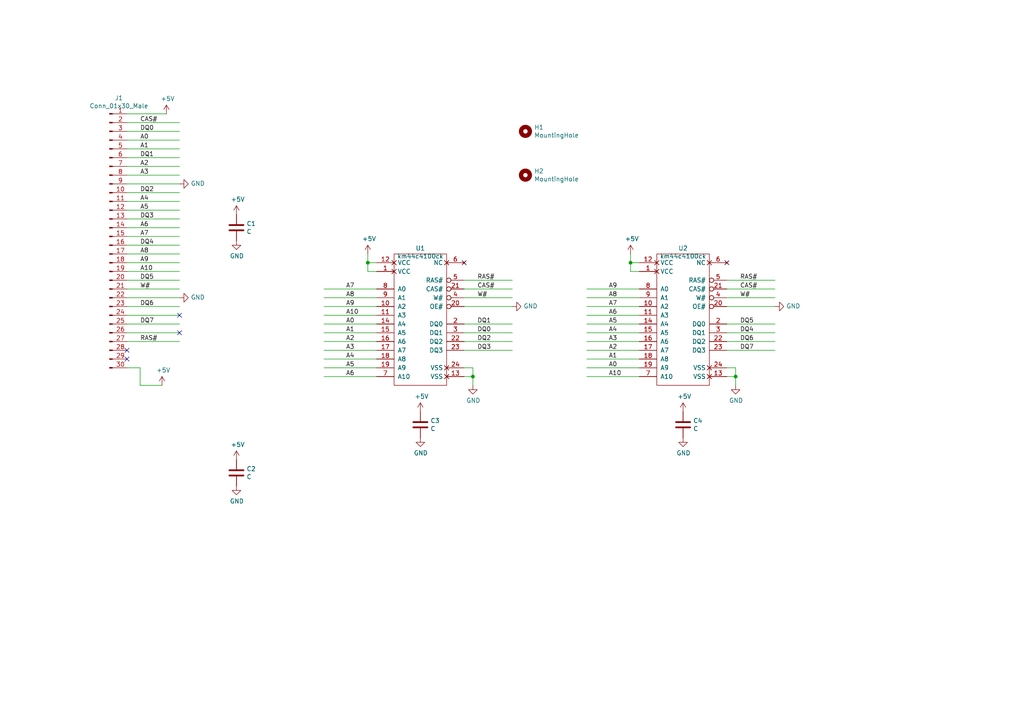
<source format=kicad_sch>
(kicad_sch (version 20211123) (generator eeschema)
  (paper "A4")
  (lib_symbols
    (symbol "Connector:Conn_01x30_Male" (pin_names (offset 1.016) hide)
      (property "Reference" "J" (at 0 38.1 0))
      (property "Value" "Conn_01x30_Male" (at 0 -40.64 0))
      (symbol "Conn_01x30_Male_1_1"
        (polyline (pts (xy 1.27 -38.1) (xy 0.8636 -38.1)) (stroke (width 0.1524)))
        (polyline (pts (xy 1.27 -35.56) (xy 0.8636 -35.56)) (stroke (width 0.1524)))
        (polyline (pts (xy 1.27 -33.02) (xy 0.8636 -33.02)) (stroke (width 0.1524)))
        (polyline (pts (xy 1.27 -30.48) (xy 0.8636 -30.48)) (stroke (width 0.1524)))
        (polyline (pts (xy 1.27 -27.94) (xy 0.8636 -27.94)) (stroke (width 0.1524)))
        (polyline (pts (xy 1.27 -25.4) (xy 0.8636 -25.4)) (stroke (width 0.1524)))
        (polyline (pts (xy 1.27 -22.86) (xy 0.8636 -22.86)) (stroke (width 0.1524)))
        (polyline (pts (xy 1.27 -20.32) (xy 0.8636 -20.32)) (stroke (width 0.1524)))
        (polyline (pts (xy 1.27 -17.78) (xy 0.8636 -17.78)) (stroke (width 0.1524)))
        (polyline (pts (xy 1.27 -15.24) (xy 0.8636 -15.24)) (stroke (width 0.1524)))
        (polyline (pts (xy 1.27 -12.7) (xy 0.8636 -12.7)) (stroke (width 0.1524)))
        (polyline (pts (xy 1.27 -10.16) (xy 0.8636 -10.16)) (stroke (width 0.1524)))
        (polyline (pts (xy 1.27 -7.62) (xy 0.8636 -7.62)) (stroke (width 0.1524)))
        (polyline (pts (xy 1.27 -5.08) (xy 0.8636 -5.08)) (stroke (width 0.1524)))
        (polyline (pts (xy 1.27 -2.54) (xy 0.8636 -2.54)) (stroke (width 0.1524)))
        (polyline (pts (xy 1.27 0) (xy 0.8636 0)) (stroke (width 0.1524)))
        (polyline (pts (xy 1.27 2.54) (xy 0.8636 2.54)) (stroke (width 0.1524)))
        (polyline (pts (xy 1.27 5.08) (xy 0.8636 5.08)) (stroke (width 0.1524)))
        (polyline (pts (xy 1.27 7.62) (xy 0.8636 7.62)) (stroke (width 0.1524)))
        (polyline (pts (xy 1.27 10.16) (xy 0.8636 10.16)) (stroke (width 0.1524)))
        (polyline (pts (xy 1.27 12.7) (xy 0.8636 12.7)) (stroke (width 0.1524)))
        (polyline (pts (xy 1.27 15.24) (xy 0.8636 15.24)) (stroke (width 0.1524)))
        (polyline (pts (xy 1.27 17.78) (xy 0.8636 17.78)) (stroke (width 0.1524)))
        (polyline (pts (xy 1.27 20.32) (xy 0.8636 20.32)) (stroke (width 0.1524)))
        (polyline (pts (xy 1.27 22.86) (xy 0.8636 22.86)) (stroke (width 0.1524)))
        (polyline (pts (xy 1.27 25.4) (xy 0.8636 25.4)) (stroke (width 0.1524)))
        (polyline (pts (xy 1.27 27.94) (xy 0.8636 27.94)) (stroke (width 0.1524)))
        (polyline (pts (xy 1.27 30.48) (xy 0.8636 30.48)) (stroke (width 0.1524)))
        (polyline (pts (xy 1.27 33.02) (xy 0.8636 33.02)) (stroke (width 0.1524)))
        (polyline (pts (xy 1.27 35.56) (xy 0.8636 35.56)) (stroke (width 0.1524)))
        (rectangle (start 0.8636 -37.973) (end 0 -38.227) (stroke (width 0.1524)) (fill (type outline)))
        (rectangle (start 0.8636 -35.433) (end 0 -35.687) (stroke (width 0.1524)) (fill (type outline)))
        (rectangle (start 0.8636 -32.893) (end 0 -33.147) (stroke (width 0.1524)) (fill (type outline)))
        (rectangle (start 0.8636 -30.353) (end 0 -30.607) (stroke (width 0.1524)) (fill (type outline)))
        (rectangle (start 0.8636 -27.813) (end 0 -28.067) (stroke (width 0.1524)) (fill (type outline)))
        (rectangle (start 0.8636 -25.273) (end 0 -25.527) (stroke (width 0.1524)) (fill (type outline)))
        (rectangle (start 0.8636 -22.733) (end 0 -22.987) (stroke (width 0.1524)) (fill (type outline)))
        (rectangle (start 0.8636 -20.193) (end 0 -20.447) (stroke (width 0.1524)) (fill (type outline)))
        (rectangle (start 0.8636 -17.653) (end 0 -17.907) (stroke (width 0.1524)) (fill (type outline)))
        (rectangle (start 0.8636 -15.113) (end 0 -15.367) (stroke (width 0.1524)) (fill (type outline)))
        (rectangle (start 0.8636 -12.573) (end 0 -12.827) (stroke (width 0.1524)) (fill (type outline)))
        (rectangle (start 0.8636 -10.033) (end 0 -10.287) (stroke (width 0.1524)) (fill (type outline)))
        (rectangle (start 0.8636 -7.493) (end 0 -7.747) (stroke (width 0.1524)) (fill (type outline)))
        (rectangle (start 0.8636 -4.953) (end 0 -5.207) (stroke (width 0.1524)) (fill (type outline)))
        (rectangle (start 0.8636 -2.413) (end 0 -2.667) (stroke (width 0.1524)) (fill (type outline)))
        (rectangle (start 0.8636 0.127) (end 0 -0.127) (stroke (width 0.1524)) (fill (type outline)))
        (rectangle (start 0.8636 2.667) (end 0 2.413) (stroke (width 0.1524)) (fill (type outline)))
        (rectangle (start 0.8636 5.207) (end 0 4.953) (stroke (width 0.1524)) (fill (type outline)))
        (rectangle (start 0.8636 7.747) (end 0 7.493) (stroke (width 0.1524)) (fill (type outline)))
        (rectangle (start 0.8636 10.287) (end 0 10.033) (stroke (width 0.1524)) (fill (type outline)))
        (rectangle (start 0.8636 12.827) (end 0 12.573) (stroke (width 0.1524)) (fill (type outline)))
        (rectangle (start 0.8636 15.367) (end 0 15.113) (stroke (width 0.1524)) (fill (type outline)))
        (rectangle (start 0.8636 17.907) (end 0 17.653) (stroke (width 0.1524)) (fill (type outline)))
        (rectangle (start 0.8636 20.447) (end 0 20.193) (stroke (width 0.1524)) (fill (type outline)))
        (rectangle (start 0.8636 22.987) (end 0 22.733) (stroke (width 0.1524)) (fill (type outline)))
        (rectangle (start 0.8636 25.527) (end 0 25.273) (stroke (width 0.1524)) (fill (type outline)))
        (rectangle (start 0.8636 28.067) (end 0 27.813) (stroke (width 0.1524)) (fill (type outline)))
        (rectangle (start 0.8636 30.607) (end 0 30.353) (stroke (width 0.1524)) (fill (type outline)))
        (rectangle (start 0.8636 33.147) (end 0 32.893) (stroke (width 0.1524)) (fill (type outline)))
        (rectangle (start 0.8636 35.687) (end 0 35.433) (stroke (width 0.1524)) (fill (type outline)))
        (pin passive line (at 5.08 35.56 180) (length 3.81) (name "Pin_1") (number "1"))
        (pin passive line (at 5.08 12.7 180) (length 3.81) (name "Pin_10") (number "10"))
        (pin passive line (at 5.08 10.16 180) (length 3.81) (name "Pin_11") (number "11"))
        (pin passive line (at 5.08 7.62 180) (length 3.81) (name "Pin_12") (number "12"))
        (pin passive line (at 5.08 5.08 180) (length 3.81) (name "Pin_13") (number "13"))
        (pin passive line (at 5.08 2.54 180) (length 3.81) (name "Pin_14") (number "14"))
        (pin passive line (at 5.08 0 180) (length 3.81) (name "Pin_15") (number "15"))
        (pin passive line (at 5.08 -2.54 180) (length 3.81) (name "Pin_16") (number "16"))
        (pin passive line (at 5.08 -5.08 180) (length 3.81) (name "Pin_17") (number "17"))
        (pin passive line (at 5.08 -7.62 180) (length 3.81) (name "Pin_18") (number "18"))
        (pin passive line (at 5.08 -10.16 180) (length 3.81) (name "Pin_19") (number "19"))
        (pin passive line (at 5.08 33.02 180) (length 3.81) (name "Pin_2") (number "2"))
        (pin passive line (at 5.08 -12.7 180) (length 3.81) (name "Pin_20") (number "20"))
        (pin passive line (at 5.08 -15.24 180) (length 3.81) (name "Pin_21") (number "21"))
        (pin passive line (at 5.08 -17.78 180) (length 3.81) (name "Pin_22") (number "22"))
        (pin passive line (at 5.08 -20.32 180) (length 3.81) (name "Pin_23") (number "23"))
        (pin passive line (at 5.08 -22.86 180) (length 3.81) (name "Pin_24") (number "24"))
        (pin passive line (at 5.08 -25.4 180) (length 3.81) (name "Pin_25") (number "25"))
        (pin passive line (at 5.08 -27.94 180) (length 3.81) (name "Pin_26") (number "26"))
        (pin passive line (at 5.08 -30.48 180) (length 3.81) (name "Pin_27") (number "27"))
        (pin passive line (at 5.08 -33.02 180) (length 3.81) (name "Pin_28") (number "28"))
        (pin passive line (at 5.08 -35.56 180) (length 3.81) (name "Pin_29") (number "29"))
        (pin passive line (at 5.08 30.48 180) (length 3.81) (name "Pin_3") (number "3"))
        (pin passive line (at 5.08 -38.1 180) (length 3.81) (name "Pin_30") (number "30"))
        (pin passive line (at 5.08 27.94 180) (length 3.81) (name "Pin_4") (number "4"))
        (pin passive line (at 5.08 25.4 180) (length 3.81) (name "Pin_5") (number "5"))
        (pin passive line (at 5.08 22.86 180) (length 3.81) (name "Pin_6") (number "6"))
        (pin passive line (at 5.08 20.32 180) (length 3.81) (name "Pin_7") (number "7"))
        (pin passive line (at 5.08 17.78 180) (length 3.81) (name "Pin_8") (number "8"))
        (pin passive line (at 5.08 15.24 180) (length 3.81) (name "Pin_9") (number "9"))
      )
    )
    (symbol "Device:C" (pin_numbers hide) (pin_names (offset 0.254))
      (property "Reference" "C" (at 0.635 2.54 0))
      (property "Value" "C" (at 0.635 -2.54 0))
      (symbol "C_0_1"
        (polyline (pts (xy -2.032 -0.762) (xy 2.032 -0.762)) (stroke (width 0.508)))
        (polyline (pts (xy -2.032 0.762) (xy 2.032 0.762)) (stroke (width 0.508)))
      )
      (symbol "C_1_1"
        (pin passive line (at 0 3.81 270) (length 2.794) (name "~") (number "1"))
        (pin passive line (at 0 -3.81 90) (length 2.794) (name "~") (number "2"))
      )
    )
    (symbol "Mechanical:MountingHole" (pin_names (offset 1.016))
      (property "Reference" "H" (at 0 5.08 0))
      (property "Value" "MountingHole" (at 0 3.175 0))
      (symbol "MountingHole_0_1"
        (circle (center 0 0) (radius 1.27) (stroke (width 1.27)))
      )
    )
    (symbol "km44C4100ck:km44c4100ck" (pin_names (offset 1.016))
      (property "Reference" "U" (at 0 0 0))
      (property "Value" "km44c4100ck" (at 0 19.05 0))
      (symbol "km44c4100ck_0_1"
        (rectangle (start -7.62 17.78) (end 7.62 -20.32))
      )
      (symbol "km44c4100ck_1_1"
        (pin power_in non_logic (at -12.7 12.7 0) (length 5.08) (name "VCC") (number "1"))
        (pin input line (at -12.7 2.54 0) (length 5.08) (name "A2") (number "10"))
        (pin input line (at -12.7 0 0) (length 5.08) (name "A3") (number "11"))
        (pin power_in non_logic (at -12.7 15.24 0) (length 5.08) (name "VCC") (number "12"))
        (pin power_in non_logic (at 12.7 -17.78 180) (length 5.08) (name "VSS") (number "13"))
        (pin input line (at -12.7 -2.54 0) (length 5.08) (name "A4") (number "14"))
        (pin input line (at -12.7 -5.08 0) (length 5.08) (name "A5") (number "15"))
        (pin input line (at -12.7 -7.62 0) (length 5.08) (name "A6") (number "16"))
        (pin input line (at -12.7 -10.16 0) (length 5.08) (name "A7") (number "17"))
        (pin input line (at -12.7 -12.7 0) (length 5.08) (name "A8") (number "18"))
        (pin input line (at -12.7 -15.24 0) (length 5.08) (name "A9") (number "19"))
        (pin bidirectional line (at 12.7 -2.54 180) (length 5.08) (name "DQ0") (number "2"))
        (pin input inverted (at 12.7 2.54 180) (length 5.08) (name "OE#") (number "20"))
        (pin input inverted (at 12.7 7.62 180) (length 5.08) (name "CAS#") (number "21"))
        (pin bidirectional line (at 12.7 -7.62 180) (length 5.08) (name "DQ2") (number "22"))
        (pin bidirectional line (at 12.7 -10.16 180) (length 5.08) (name "DQ3") (number "23"))
        (pin power_in non_logic (at 12.7 -15.24 180) (length 5.08) (name "VSS") (number "24"))
        (pin bidirectional line (at 12.7 -5.08 180) (length 5.08) (name "DQ1") (number "3"))
        (pin input inverted (at 12.7 5.08 180) (length 5.08) (name "W#") (number "4"))
        (pin input inverted (at 12.7 10.16 180) (length 5.08) (name "RAS#") (number "5"))
        (pin no_connect non_logic (at 12.7 15.24 180) (length 5.08) (name "NC") (number "6"))
        (pin input line (at -12.7 -17.78 0) (length 5.08) (name "A10") (number "7"))
        (pin input line (at -12.7 7.62 0) (length 5.08) (name "A0") (number "8"))
        (pin input line (at -12.7 5.08 0) (length 5.08) (name "A1") (number "9"))
      )
    )
    (symbol "power:+5V" (power) (pin_names (offset 0))
      (property "Value" "+5V" (at 0 3.556 0))
      (symbol "+5V_0_1"
        (polyline (pts (xy -0.762 1.27) (xy 0 2.54)))
        (polyline (pts (xy 0 0) (xy 0 2.54)))
        (polyline (pts (xy 0 2.54) (xy 0.762 1.27)))
      )
      (symbol "+5V_1_1"
        (pin power_in line (at 0 0 90) (length 0) hide (name "+5V") (number "1"))
      )
    )
    (symbol "power:GND" (power) (pin_names (offset 0))
      (property "Value" "GND" (at 0 -3.81 0))
      (symbol "GND_0_1"
        (polyline (pts (xy 0 0) (xy 0 -1.27) (xy 1.27 -1.27) (xy 0 -2.54) (xy -1.27 -1.27) (xy 0 -1.27)))
      )
      (symbol "GND_1_1"
        (pin power_in line (at 0 0 270) (length 0) hide (name "GND") (number "1"))
      )
    )
  )
  (junction (at 213.36 109.22))
  (junction (at 137.16 109.22))
  (junction (at 106.68 76.2))
  (junction (at 182.88 76.2))
  (no_connect (at 52.07 91.44))
  (no_connect (at 36.83 104.14))
  (no_connect (at 134.62 76.2))
  (no_connect (at 36.83 101.6))
  (no_connect (at 52.07 96.52))
  (no_connect (at 210.82 76.2))
  (wire (pts (xy 52.07 53.34) (xy 36.83 53.34)))
  (wire (pts (xy 137.16 106.68) (xy 137.16 109.22)))
  (wire (pts (xy 93.98 101.6) (xy 109.22 101.6)))
  (wire (pts (xy 93.98 88.9) (xy 109.22 88.9)))
  (wire (pts (xy 52.07 86.36) (xy 36.83 86.36)))
  (wire (pts (xy 52.07 50.8) (xy 36.83 50.8)))
  (wire (pts (xy 224.79 83.82) (xy 210.82 83.82)))
  (wire (pts (xy 52.07 58.42) (xy 36.83 58.42)))
  (wire (pts (xy 93.98 93.98) (xy 109.22 93.98)))
  (wire (pts (xy 52.07 68.58) (xy 36.83 68.58)))
  (wire (pts (xy 148.59 93.98) (xy 134.62 93.98)))
  (wire (pts (xy 52.07 38.1) (xy 36.83 38.1)))
  (wire (pts (xy 52.07 71.12) (xy 36.83 71.12)))
  (wire (pts (xy 52.07 66.04) (xy 36.83 66.04)))
  (wire (pts (xy 170.18 96.52) (xy 185.42 96.52)))
  (wire (pts (xy 170.18 91.44) (xy 185.42 91.44)))
  (wire (pts (xy 224.79 88.9) (xy 210.82 88.9)))
  (wire (pts (xy 46.99 111.76) (xy 40.64 111.76)))
  (wire (pts (xy 52.07 96.52) (xy 36.83 96.52)))
  (wire (pts (xy 40.64 111.76) (xy 40.64 106.68)))
  (wire (pts (xy 137.16 109.22) (xy 134.62 109.22)))
  (wire (pts (xy 52.07 55.88) (xy 36.83 55.88)))
  (wire (pts (xy 52.07 40.64) (xy 36.83 40.64)))
  (wire (pts (xy 170.18 101.6) (xy 185.42 101.6)))
  (wire (pts (xy 93.98 91.44) (xy 109.22 91.44)))
  (wire (pts (xy 170.18 104.14) (xy 185.42 104.14)))
  (wire (pts (xy 52.07 99.06) (xy 36.83 99.06)))
  (wire (pts (xy 93.98 106.68) (xy 109.22 106.68)))
  (wire (pts (xy 213.36 111.76) (xy 213.36 109.22)))
  (wire (pts (xy 106.68 76.2) (xy 106.68 73.66)))
  (wire (pts (xy 93.98 83.82) (xy 109.22 83.82)))
  (wire (pts (xy 52.07 60.96) (xy 36.83 60.96)))
  (wire (pts (xy 134.62 106.68) (xy 137.16 106.68)))
  (wire (pts (xy 170.18 83.82) (xy 185.42 83.82)))
  (wire (pts (xy 52.07 81.28) (xy 36.83 81.28)))
  (wire (pts (xy 224.79 86.36) (xy 210.82 86.36)))
  (wire (pts (xy 148.59 83.82) (xy 134.62 83.82)))
  (wire (pts (xy 52.07 35.56) (xy 36.83 35.56)))
  (wire (pts (xy 106.68 76.2) (xy 106.68 78.74)))
  (wire (pts (xy 182.88 76.2) (xy 182.88 73.66)))
  (wire (pts (xy 109.22 76.2) (xy 106.68 76.2)))
  (wire (pts (xy 170.18 99.06) (xy 185.42 99.06)))
  (wire (pts (xy 52.07 83.82) (xy 36.83 83.82)))
  (wire (pts (xy 52.07 78.74) (xy 36.83 78.74)))
  (wire (pts (xy 93.98 86.36) (xy 109.22 86.36)))
  (wire (pts (xy 93.98 104.14) (xy 109.22 104.14)))
  (wire (pts (xy 93.98 109.22) (xy 109.22 109.22)))
  (wire (pts (xy 106.68 78.74) (xy 109.22 78.74)))
  (wire (pts (xy 52.07 93.98) (xy 36.83 93.98)))
  (wire (pts (xy 182.88 76.2) (xy 182.88 78.74)))
  (wire (pts (xy 148.59 101.6) (xy 134.62 101.6)))
  (wire (pts (xy 52.07 43.18) (xy 36.83 43.18)))
  (wire (pts (xy 213.36 106.68) (xy 213.36 109.22)))
  (wire (pts (xy 213.36 109.22) (xy 210.82 109.22)))
  (wire (pts (xy 148.59 88.9) (xy 134.62 88.9)))
  (wire (pts (xy 224.79 99.06) (xy 210.82 99.06)))
  (wire (pts (xy 148.59 99.06) (xy 134.62 99.06)))
  (wire (pts (xy 52.07 48.26) (xy 36.83 48.26)))
  (wire (pts (xy 52.07 88.9) (xy 36.83 88.9)))
  (wire (pts (xy 170.18 106.68) (xy 185.42 106.68)))
  (wire (pts (xy 52.07 91.44) (xy 36.83 91.44)))
  (wire (pts (xy 148.59 86.36) (xy 134.62 86.36)))
  (wire (pts (xy 182.88 78.74) (xy 185.42 78.74)))
  (wire (pts (xy 210.82 106.68) (xy 213.36 106.68)))
  (wire (pts (xy 170.18 109.22) (xy 185.42 109.22)))
  (wire (pts (xy 170.18 93.98) (xy 185.42 93.98)))
  (wire (pts (xy 170.18 88.9) (xy 185.42 88.9)))
  (wire (pts (xy 93.98 96.52) (xy 109.22 96.52)))
  (wire (pts (xy 93.98 99.06) (xy 109.22 99.06)))
  (wire (pts (xy 40.64 106.68) (xy 36.83 106.68)))
  (wire (pts (xy 224.79 101.6) (xy 210.82 101.6)))
  (wire (pts (xy 52.07 73.66) (xy 36.83 73.66)))
  (wire (pts (xy 36.83 33.02) (xy 48.26 33.02)))
  (wire (pts (xy 52.07 45.72) (xy 36.83 45.72)))
  (wire (pts (xy 52.07 76.2) (xy 36.83 76.2)))
  (wire (pts (xy 224.79 81.28) (xy 210.82 81.28)))
  (wire (pts (xy 148.59 81.28) (xy 134.62 81.28)))
  (wire (pts (xy 224.79 93.98) (xy 210.82 93.98)))
  (wire (pts (xy 52.07 63.5) (xy 36.83 63.5)))
  (wire (pts (xy 170.18 86.36) (xy 185.42 86.36)))
  (wire (pts (xy 224.79 96.52) (xy 210.82 96.52)))
  (wire (pts (xy 185.42 76.2) (xy 182.88 76.2)))
  (wire (pts (xy 148.59 96.52) (xy 134.62 96.52)))
  (wire (pts (xy 137.16 111.76) (xy 137.16 109.22)))
  (label "A2" (at 40.64 48.26 0))
  (label "W#" (at 138.43 86.36 0))
  (label "A3" (at 176.53 99.06 0))
  (label "A9" (at 40.64 76.2 0))
  (label "RAS#" (at 214.63 81.28 0))
  (label "A2" (at 100.33 99.06 0))
  (label "DQ5" (at 214.63 93.98 0))
  (label "A10" (at 40.64 78.74 0))
  (label "A9" (at 100.33 88.9 0))
  (label "RAS#" (at 138.43 81.28 0))
  (label "A5" (at 100.33 106.68 0))
  (label "DQ1" (at 138.43 93.98 0))
  (label "A6" (at 40.64 66.04 0))
  (label "W#" (at 214.63 86.36 0))
  (label "DQ3" (at 40.64 63.5 0))
  (label "DQ1" (at 40.64 45.72 0))
  (label "A0" (at 40.64 40.64 0))
  (label "A4" (at 100.33 104.14 0))
  (label "CAS#" (at 214.63 83.82 0))
  (label "A4" (at 40.64 58.42 0))
  (label "DQ6" (at 214.63 99.06 0))
  (label "A0" (at 176.53 106.68 0))
  (label "A3" (at 100.33 101.6 0))
  (label "A7" (at 100.33 83.82 0))
  (label "A1" (at 176.53 104.14 0))
  (label "DQ3" (at 138.43 101.6 0))
  (label "DQ5" (at 40.64 81.28 0))
  (label "A9" (at 176.53 83.82 0))
  (label "DQ6" (at 40.64 88.9 0))
  (label "RAS#" (at 40.64 99.06 0))
  (label "A5" (at 176.53 93.98 0))
  (label "DQ4" (at 214.63 96.52 0))
  (label "DQ2" (at 138.43 99.06 0))
  (label "A6" (at 176.53 91.44 0))
  (label "DQ2" (at 40.64 55.88 0))
  (label "A5" (at 40.64 60.96 0))
  (label "DQ7" (at 214.63 101.6 0))
  (label "A10" (at 176.53 109.22 0))
  (label "A1" (at 40.64 43.18 0))
  (label "A3" (at 40.64 50.8 0))
  (label "CAS#" (at 138.43 83.82 0))
  (label "A8" (at 100.33 86.36 0))
  (label "A6" (at 100.33 109.22 0))
  (label "A1" (at 100.33 96.52 0))
  (label "DQ4" (at 40.64 71.12 0))
  (label "A7" (at 176.53 88.9 0))
  (label "A10" (at 100.33 91.44 0))
  (label "A2" (at 176.53 101.6 0))
  (label "DQ7" (at 40.64 93.98 0))
  (label "DQ0" (at 138.43 96.52 0))
  (label "A7" (at 40.64 68.58 0))
  (label "A8" (at 176.53 86.36 0))
  (label "A0" (at 100.33 93.98 0))
  (label "A4" (at 176.53 96.52 0))
  (label "W#" (at 40.64 83.82 0))
  (label "A8" (at 40.64 73.66 0))
  (label "CAS#" (at 40.64 35.56 0))
  (label "DQ0" (at 40.64 38.1 0))
  (symbol (lib_id "km44C4100ck:km44c4100ck") (at 121.92 91.44 0) (unit 1)
    (property "Reference" "U1" (at 121.92 72.009 0))
    (property "Value" "km44c4100ck" (at 121.92 74.3204 0))
    (property "Footprint" "simm30:DRAM-SOJ-24" (effects hide))
  )
  (symbol (lib_id "km44C4100ck:km44c4100ck") (at 198.12 91.44 0) (unit 1)
    (property "Reference" "U2" (at 198.12 72.009 0))
    (property "Value" "km44c4100ck" (at 198.12 74.3204 0))
    (property "Footprint" "simm30:DRAM-SOJ-24" (effects hide))
  )
  (symbol (lib_id "Connector:Conn_01x30_Male") (at 31.75 68.58 0) (unit 1)
    (property "Reference" "J1" (at 34.4932 28.4226 0))
    (property "Value" "Conn_01x30_Male" (at 34.4932 30.734 0))
    (property "Footprint" "simm30:simm30" (effects hide))
  )
  (symbol (lib_id "power:GND") (at 137.16 111.76 0) (unit 1)
    (property "Reference" "#PWR0101" (effects hide))
    (property "Value" "GND" (at 137.287 116.1542 0))
  )
  (symbol (lib_id "power:GND") (at 213.36 111.76 0) (unit 1)
    (property "Reference" "#PWR0102" (effects hide))
    (property "Value" "GND" (at 213.487 116.1542 0))
  )
  (symbol (lib_id "power:+5V") (at 106.68 73.66 0) (unit 1)
    (property "Reference" "#PWR0103" (effects hide))
    (property "Value" "+5V" (at 107.061 69.2658 0))
  )
  (symbol (lib_id "power:+5V") (at 182.88 73.66 0) (unit 1)
    (property "Reference" "#PWR0104" (effects hide))
    (property "Value" "+5V" (at 183.261 69.2658 0))
  )
  (symbol (lib_id "Device:C") (at 121.92 123.19 0) (unit 1)
    (property "Reference" "C3" (at 124.841 122.0216 0) (effects (justify left)))
    (property "Value" "C" (at 124.841 124.333 0) (effects (justify left)))
    (property "Footprint" "Capacitors_SMD:C_0805_HandSoldering" (effects hide))
  )
  (symbol (lib_id "power:GND") (at 121.92 127 0) (unit 1)
    (property "Reference" "#PWR0105" (effects hide))
    (property "Value" "GND" (at 122.047 131.3942 0))
  )
  (symbol (lib_id "power:+5V") (at 121.92 119.38 0) (unit 1)
    (property "Reference" "#PWR0106" (effects hide))
    (property "Value" "+5V" (at 122.301 114.9858 0))
  )
  (symbol (lib_id "Device:C") (at 198.12 123.19 0) (unit 1)
    (property "Reference" "C4" (at 201.041 122.0216 0) (effects (justify left)))
    (property "Value" "C" (at 201.041 124.333 0) (effects (justify left)))
    (property "Footprint" "Capacitors_SMD:C_0805_HandSoldering" (effects hide))
  )
  (symbol (lib_id "power:GND") (at 198.12 127 0) (unit 1)
    (property "Reference" "#PWR0107" (effects hide))
    (property "Value" "GND" (at 198.247 131.3942 0))
  )
  (symbol (lib_id "power:+5V") (at 198.12 119.38 0) (unit 1)
    (property "Reference" "#PWR0108" (effects hide))
    (property "Value" "+5V" (at 198.501 114.9858 0))
  )
  (symbol (lib_id "power:+5V") (at 48.26 33.02 0) (unit 1)
    (property "Reference" "#PWR0109" (effects hide))
    (property "Value" "+5V" (at 48.641 28.6258 0))
  )
  (symbol (lib_id "power:+5V") (at 46.99 111.76 0) (unit 1)
    (property "Reference" "#PWR0110" (effects hide))
    (property "Value" "+5V" (at 47.371 107.3658 0))
  )
  (symbol (lib_id "power:GND") (at 52.07 53.34 90) (unit 1)
    (property "Reference" "#PWR0111" (effects hide))
    (property "Value" "GND" (at 55.3212 53.213 90) (effects (justify right)))
  )
  (symbol (lib_id "power:GND") (at 52.07 86.36 90) (unit 1)
    (property "Reference" "#PWR0112" (effects hide))
    (property "Value" "GND" (at 55.3212 86.233 90) (effects (justify right)))
  )
  (symbol (lib_id "power:GND") (at 148.59 88.9 90) (unit 1)
    (property "Reference" "#PWR0113" (effects hide))
    (property "Value" "GND" (at 151.8412 88.773 90) (effects (justify right)))
  )
  (symbol (lib_id "power:GND") (at 224.79 88.9 90) (unit 1)
    (property "Reference" "#PWR0114" (effects hide))
    (property "Value" "GND" (at 228.0412 88.773 90) (effects (justify right)))
  )
  (symbol (lib_id "Device:C") (at 68.58 66.04 0) (unit 1)
    (property "Reference" "C1" (at 71.501 64.8716 0) (effects (justify left)))
    (property "Value" "C" (at 71.501 67.183 0) (effects (justify left)))
    (property "Footprint" "Capacitors_SMD:C_0805_HandSoldering" (effects hide))
  )
  (symbol (lib_id "power:GND") (at 68.58 69.85 0) (unit 1)
    (property "Reference" "#PWR0115" (effects hide))
    (property "Value" "GND" (at 68.707 74.2442 0))
  )
  (symbol (lib_id "power:+5V") (at 68.58 62.23 0) (unit 1)
    (property "Reference" "#PWR0116" (effects hide))
    (property "Value" "+5V" (at 68.961 57.8358 0))
  )
  (symbol (lib_id "Device:C") (at 68.58 137.16 0) (unit 1)
    (property "Reference" "C2" (at 71.501 135.9916 0) (effects (justify left)))
    (property "Value" "C" (at 71.501 138.303 0) (effects (justify left)))
    (property "Footprint" "Capacitors_SMD:C_0805_HandSoldering" (effects hide))
  )
  (symbol (lib_id "power:GND") (at 68.58 140.97 0) (unit 1)
    (property "Reference" "#PWR0117" (effects hide))
    (property "Value" "GND" (at 68.707 145.3642 0))
  )
  (symbol (lib_id "power:+5V") (at 68.58 133.35 0) (unit 1)
    (property "Reference" "#PWR0118" (effects hide))
    (property "Value" "+5V" (at 68.961 128.9558 0))
  )
  (symbol (lib_id "Mechanical:MountingHole") (at 152.4 38.1 0) (unit 1)
    (property "Reference" "H1" (at 154.94 36.9316 0) (effects (justify left)))
    (property "Value" "MountingHole" (at 154.94 39.243 0) (effects (justify left)))
    (property "Footprint" "Mounting_Holes:MountingHole_3.2mm_M3_ISO14580" (effects hide))
  )
  (symbol (lib_id "Mechanical:MountingHole") (at 152.4 50.8 0) (unit 1)
    (property "Reference" "H2" (at 154.94 49.6316 0) (effects (justify left)))
    (property "Value" "MountingHole" (at 154.94 51.943 0) (effects (justify left)))
    (property "Footprint" "Mounting_Holes:MountingHole_3.2mm_M3_ISO14580" (effects hide))
  )
)
</source>
